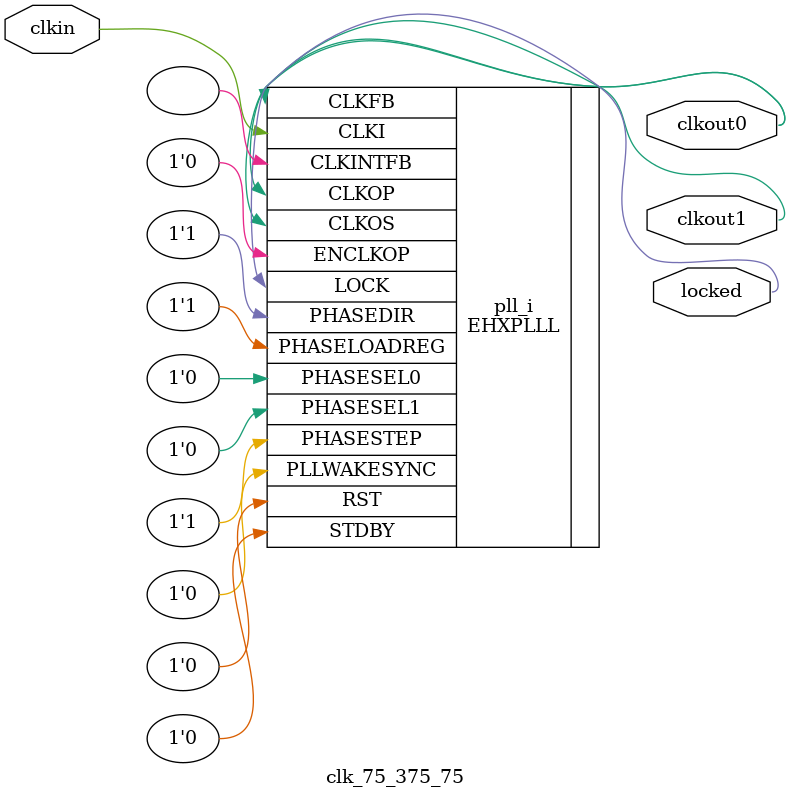
<source format=v>
module top
(
	input clk_16mhz,
	// output [7:0] led,
	input wire btn,
	inout [3:0] gpdi_in,
	inout [3:0] gpdi_out,
	inout [3:0] gpdi_out_secondary,
);

// gpdi_out[1] is inverted
// gpdi_out[2] is inverted
// gpdi_out[3] is inverted
// gpdi_in[0] is inverted
// gpdi_in[3] is inverted
assign gpdi_out[2:0] = {~gpdi_in[2], ~gpdi_in[1], ~gpdi_in[0]};
// assign gpdi_out[2:0] = {~gpdi_in[2], btn ^ gpdi_in[1], gpdi_in[0]};
// assign gpdi_out[2:0] = {~gpdi_in[2], blink[25] ^ gpdi_in[1], gpdi_in[0]};
assign gpdi_out_secondary[2:0] = {gpdi_in[2], gpdi_in[1], ~gpdi_in[0]};

OLVDS OLVDS_clock1 (.A(clk_recovery), .Z(gpdi_out[3]));
OLVDS OLVDS_clock2 (.A(clk_recovery), .Z(gpdi_out_secondary[3]));

// // clock generator
wire clk_data;
wire clk_recovery;
// assign clk_recovery = gpdi_in[3];
// clk_25_25
// clk_75_75
// clk_75_125
clk_75_375_75
clock_instance
(
	.clkin(~gpdi_in[3]),
	.clkout0(clk_data),
	.clkout1(clk_recovery)
);


reg [32:0] blink;
always @(posedge clk_recovery)
  blink <= blink+1;

// assign led = blink[23:23-7];

endmodule




module clk_25_25
(
    input clkin, // 25 MHz, 0 deg
    output clkout0, // 25 MHz, 0 deg
    output locked
);
(* FREQUENCY_PIN_CLKI="25" *)
(* FREQUENCY_PIN_CLKOP="25" *)
(* ICP_CURRENT="12" *) (* LPF_RESISTOR="8" *) (* MFG_ENABLE_FILTEROPAMP="1" *) (* MFG_GMCREF_SEL="2" *)
EHXPLLL #(
        .PLLRST_ENA("DISABLED"),
        .INTFB_WAKE("DISABLED"),
        .STDBY_ENABLE("DISABLED"),
        .DPHASE_SOURCE("DISABLED"),
        .OUTDIVIDER_MUXA("DIVA"),
        .OUTDIVIDER_MUXB("DIVB"),
        .OUTDIVIDER_MUXC("DIVC"),
        .OUTDIVIDER_MUXD("DIVD"),
        .CLKI_DIV(1),
        .CLKOP_ENABLE("ENABLED"),
        .CLKOP_DIV(24),
        .CLKOP_CPHASE(11),
        .CLKOP_FPHASE(0),
        .FEEDBK_PATH("CLKOP"),
        .CLKFB_DIV(1)
    ) pll_i (
        .RST(1'b0),
        .STDBY(1'b0),
        .CLKI(clkin),
        .CLKOP(clkout0),
        .CLKFB(clkout0),
        .CLKINTFB(),
        .PHASESEL0(1'b0),
        .PHASESEL1(1'b0),
        .PHASEDIR(1'b1),
        .PHASESTEP(1'b1),
        .PHASELOADREG(1'b1),
        .PLLWAKESYNC(1'b0),
        .ENCLKOP(1'b0),
        .LOCK(locked)
	);
endmodule

module clk_75_75
(
    input clkin, // 75 MHz, 0 deg
    output clkout0, // 75 MHz, 0 deg
    output locked
);
(* FREQUENCY_PIN_CLKI="75" *)
(* FREQUENCY_PIN_CLKOP="75" *)
(* ICP_CURRENT="12" *) (* LPF_RESISTOR="8" *) (* MFG_ENABLE_FILTEROPAMP="1" *) (* MFG_GMCREF_SEL="2" *)
EHXPLLL #(
        .PLLRST_ENA("DISABLED"),
        .INTFB_WAKE("DISABLED"),
        .STDBY_ENABLE("DISABLED"),
        .DPHASE_SOURCE("DISABLED"),
        .OUTDIVIDER_MUXA("DIVA"),
        .OUTDIVIDER_MUXB("DIVB"),
        .OUTDIVIDER_MUXC("DIVC"),
        .OUTDIVIDER_MUXD("DIVD"),
        .CLKI_DIV(1),
        .CLKOP_ENABLE("ENABLED"),
        .CLKOP_DIV(8),
        .CLKOP_CPHASE(4),
        .CLKOP_FPHASE(0),
        .FEEDBK_PATH("CLKOP"),
        .CLKFB_DIV(1)
    ) pll_i (
        .RST(1'b0),
        .STDBY(1'b0),
        .CLKI(clkin),
        .CLKOP(clkout0),
        .CLKFB(clkout0),
        .CLKINTFB(),
        .PHASESEL0(1'b0),
        .PHASESEL1(1'b0),
        .PHASEDIR(1'b1),
        .PHASESTEP(1'b1),
        .PHASELOADREG(1'b1),
        .PLLWAKESYNC(1'b0),
        .ENCLKOP(1'b0),
        .LOCK(locked)
	);
endmodule

module clk_75_125
(
    input clkin, // 75 MHz, 0 deg
    output clkout0, // 125 MHz, 0 deg
    output locked
);
(* FREQUENCY_PIN_CLKI="75" *)
(* FREQUENCY_PIN_CLKOP="125" *)
(* ICP_CURRENT="12" *) (* LPF_RESISTOR="8" *) (* MFG_ENABLE_FILTEROPAMP="1" *) (* MFG_GMCREF_SEL="2" *)
EHXPLLL #(
        .PLLRST_ENA("DISABLED"),
        .INTFB_WAKE("DISABLED"),
        .STDBY_ENABLE("DISABLED"),
        .DPHASE_SOURCE("DISABLED"),
        .OUTDIVIDER_MUXA("DIVA"),
        .OUTDIVIDER_MUXB("DIVB"),
        .OUTDIVIDER_MUXC("DIVC"),
        .OUTDIVIDER_MUXD("DIVD"),
        .CLKI_DIV(3),
        .CLKOP_ENABLE("ENABLED"),
        .CLKOP_DIV(5),
        .CLKOP_CPHASE(2),
        .CLKOP_FPHASE(0),
        .FEEDBK_PATH("CLKOP"),
        .CLKFB_DIV(5)
    ) pll_i (
        .RST(1'b0),
        .STDBY(1'b0),
        .CLKI(clkin),
        .CLKOP(clkout0),
        .CLKFB(clkout0),
        .CLKINTFB(),
        .PHASESEL0(1'b0),
        .PHASESEL1(1'b0),
        .PHASEDIR(1'b1),
        .PHASESTEP(1'b1),
        .PHASELOADREG(1'b1),
        .PLLWAKESYNC(1'b0),
        .ENCLKOP(1'b0),
        .LOCK(locked)
	);
endmodule

module clk_75_375_75
(
    input clkin, // 75 MHz, 0 deg
    output clkout0, // 375 MHz, 0 deg
    output clkout1, // 75 MHz, 0 deg
    output locked
);
(* FREQUENCY_PIN_CLKI="75" *)
(* FREQUENCY_PIN_CLKOP="375" *)
(* FREQUENCY_PIN_CLKOS="75" *)
(* ICP_CURRENT="12" *) (* LPF_RESISTOR="8" *) (* MFG_ENABLE_FILTEROPAMP="1" *) (* MFG_GMCREF_SEL="2" *)
EHXPLLL #(
        .PLLRST_ENA("DISABLED"),
        .INTFB_WAKE("DISABLED"),
        .STDBY_ENABLE("DISABLED"),
        .DPHASE_SOURCE("DISABLED"),
        .OUTDIVIDER_MUXA("DIVA"),
        .OUTDIVIDER_MUXB("DIVB"),
        .OUTDIVIDER_MUXC("DIVC"),
        .OUTDIVIDER_MUXD("DIVD"),
        .CLKI_DIV(1),
        .CLKOP_ENABLE("ENABLED"),
        .CLKOP_DIV(2),
        .CLKOP_CPHASE(0),
        .CLKOP_FPHASE(0),
        .CLKOS_ENABLE("ENABLED"),
        .CLKOS_DIV(10),
        .CLKOS_CPHASE(0),
        .CLKOS_FPHASE(0),
        .FEEDBK_PATH("CLKOP"),
        .CLKFB_DIV(5)
    ) pll_i (
        .RST(1'b0),
        .STDBY(1'b0),
        .CLKI(clkin),
        .CLKOP(clkout0),
        .CLKOS(clkout1),
        .CLKFB(clkout0),
        .CLKINTFB(),
        .PHASESEL0(1'b0),
        .PHASESEL1(1'b0),
        .PHASEDIR(1'b1),
        .PHASESTEP(1'b1),
        .PHASELOADREG(1'b1),
        .PLLWAKESYNC(1'b0),
        .ENCLKOP(1'b0),
        .LOCK(locked)
	);
endmodule

</source>
